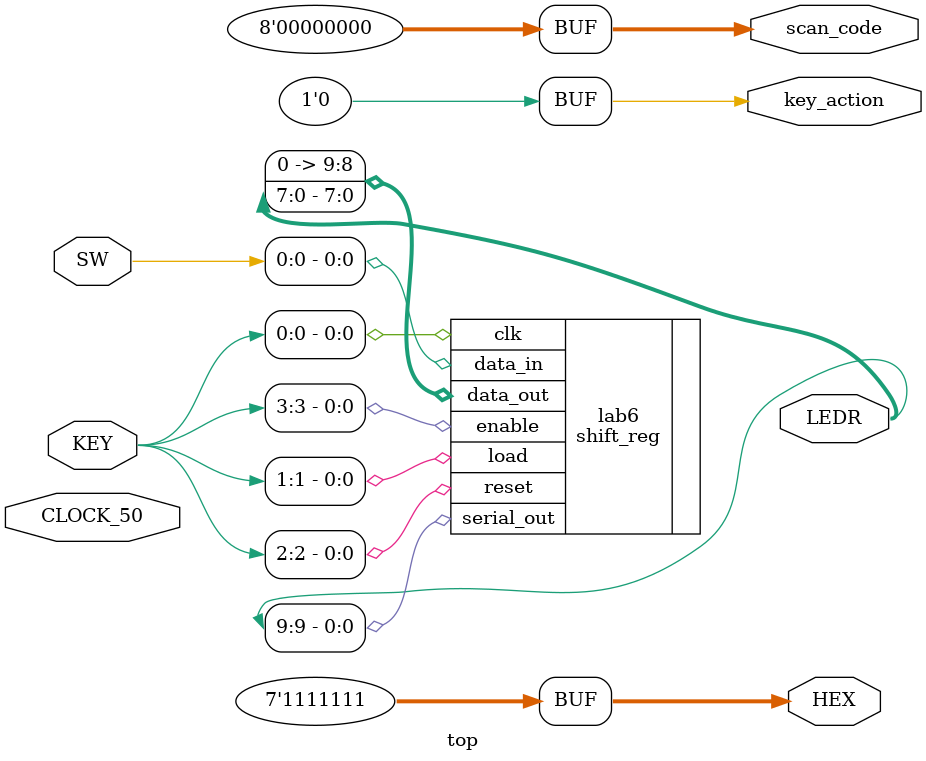
<source format=v>
module top (
    input wire CLOCK_50,        // Тактовый сигнал
    input wire [9:0] SW,        // DE-series switches
    input wire [3:0] KEY,       // DE-series pushbuttons
    output wire [9:0] LEDR,     // DE-series LEDs
    output wire [6:0] HEX,      // Дисплей
    output wire key_action,     // Действие клавиши
    output wire [7:0] scan_code // Код сканирования клавиши
);
    // Реализация
    shift_reg lab6 (
        .clk(KEY[0]), 
        .data_in(SW[0]), 
        .reset(KEY[2]), 
        .enable(KEY[3]), 
        .load(KEY[1]), 
        .data_out({2'b0, LEDR[7:0]}), 
        .serial_out(LEDR[9])
    );

    // Пример значений для новых портов
    assign HEX = 7'b1111111;      // Все сегменты выключены
    assign key_action = 1'b0;     // Действие не выполняется
    assign scan_code = 8'b0;      // Нулевой скан-код
endmodule

</source>
